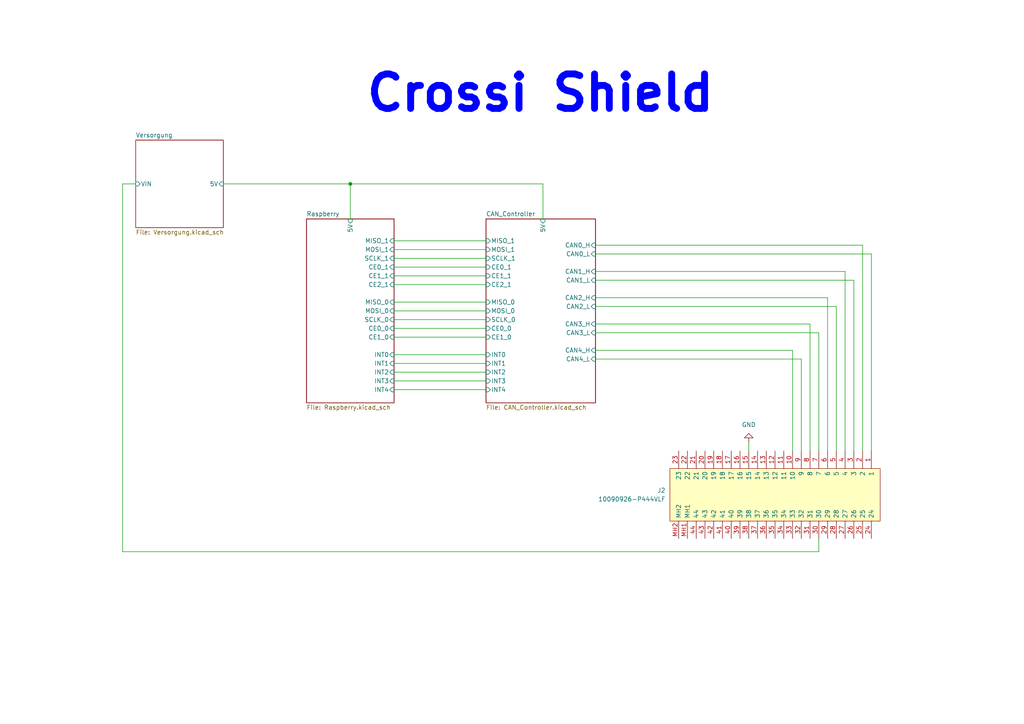
<source format=kicad_sch>
(kicad_sch (version 20230121) (generator eeschema)
  (paper "A4")
  (lib_symbols
    (symbol "Samacsys:10090926-P444VLF" (pin_names (offset 0.762))
      (property "Reference" "J" (at 21.59 7.62 0))
      (property "Value" "10090926-P444VLF" (at 21.59 5.08 0))
      (symbol "10090926-P444VLF_0_0"
        (pin passive line (at 0 0 0) (length 5.08) (name "1") (number "1"))
        (pin passive line (at 0 -22.86 0) (length 5.08) (name "10") (number "10"))
        (pin passive line (at 0 -25.4 0) (length 5.08) (name "11") (number "11"))
        (pin passive line (at 0 -27.94 0) (length 5.08) (name "12") (number "12"))
        (pin passive line (at 0 -30.48 0) (length 5.08) (name "13") (number "13"))
        (pin passive line (at 0 -33.02 0) (length 5.08) (name "14") (number "14"))
        (pin passive line (at 0 -35.56 0) (length 5.08) (name "15") (number "15"))
        (pin passive line (at 0 -38.1 0) (length 5.08) (name "16") (number "16"))
        (pin passive line (at 0 -40.64 0) (length 5.08) (name "17") (number "17"))
        (pin passive line (at 0 -43.18 0) (length 5.08) (name "18") (number "18"))
        (pin passive line (at 0 -45.72 0) (length 5.08) (name "19") (number "19"))
        (pin passive line (at 0 -2.54 0) (length 5.08) (name "2") (number "2"))
        (pin passive line (at 0 -48.26 0) (length 5.08) (name "20") (number "20"))
        (pin passive line (at 0 -50.8 0) (length 5.08) (name "21") (number "21"))
        (pin passive line (at 0 -53.34 0) (length 5.08) (name "22") (number "22"))
        (pin passive line (at 0 -55.88 0) (length 5.08) (name "23") (number "23"))
        (pin passive line (at 25.4 0 180) (length 5.08) (name "24") (number "24"))
        (pin passive line (at 25.4 -2.54 180) (length 5.08) (name "25") (number "25"))
        (pin passive line (at 25.4 -5.08 180) (length 5.08) (name "26") (number "26"))
        (pin passive line (at 25.4 -7.62 180) (length 5.08) (name "27") (number "27"))
        (pin passive line (at 25.4 -10.16 180) (length 5.08) (name "28") (number "28"))
        (pin passive line (at 25.4 -12.7 180) (length 5.08) (name "29") (number "29"))
        (pin passive line (at 0 -5.08 0) (length 5.08) (name "3") (number "3"))
        (pin passive line (at 25.4 -15.24 180) (length 5.08) (name "30") (number "30"))
        (pin passive line (at 25.4 -17.78 180) (length 5.08) (name "31") (number "31"))
        (pin passive line (at 25.4 -20.32 180) (length 5.08) (name "32") (number "32"))
        (pin passive line (at 25.4 -22.86 180) (length 5.08) (name "33") (number "33"))
        (pin passive line (at 25.4 -25.4 180) (length 5.08) (name "34") (number "34"))
        (pin passive line (at 25.4 -27.94 180) (length 5.08) (name "35") (number "35"))
        (pin passive line (at 25.4 -30.48 180) (length 5.08) (name "36") (number "36"))
        (pin passive line (at 25.4 -33.02 180) (length 5.08) (name "37") (number "37"))
        (pin passive line (at 25.4 -35.56 180) (length 5.08) (name "38") (number "38"))
        (pin passive line (at 25.4 -38.1 180) (length 5.08) (name "39") (number "39"))
        (pin passive line (at 0 -7.62 0) (length 5.08) (name "4") (number "4"))
        (pin passive line (at 25.4 -40.64 180) (length 5.08) (name "40") (number "40"))
        (pin passive line (at 25.4 -43.18 180) (length 5.08) (name "41") (number "41"))
        (pin passive line (at 25.4 -45.72 180) (length 5.08) (name "42") (number "42"))
        (pin passive line (at 25.4 -48.26 180) (length 5.08) (name "43") (number "43"))
        (pin passive line (at 25.4 -50.8 180) (length 5.08) (name "44") (number "44"))
        (pin passive line (at 0 -10.16 0) (length 5.08) (name "5") (number "5"))
        (pin passive line (at 0 -12.7 0) (length 5.08) (name "6") (number "6"))
        (pin passive line (at 0 -15.24 0) (length 5.08) (name "7") (number "7"))
        (pin passive line (at 0 -17.78 0) (length 5.08) (name "8") (number "8"))
        (pin passive line (at 0 -20.32 0) (length 5.08) (name "9") (number "9"))
        (pin passive line (at 25.4 -53.34 180) (length 5.08) (name "MH1") (number "MH1"))
        (pin passive line (at 25.4 -55.88 180) (length 5.08) (name "MH2") (number "MH2"))
      )
      (symbol "10090926-P444VLF_1_1"
        (polyline (pts (xy 5.08 2.54) (xy 20.32 2.54) (xy 20.32 -58.42) (xy 5.08 -58.42) (xy 5.08 2.54)) (stroke (width 0.1524)) (fill (type background)))
      )
    )
    (symbol "power:GND" (power) (pin_names (offset 0))
      (property "Value" "GND" (at 0 -3.81 0))
      (symbol "GND_0_1"
        (polyline (pts (xy 0 0) (xy 0 -1.27) (xy 1.27 -1.27) (xy 0 -2.54) (xy -1.27 -1.27) (xy 0 -1.27)))
      )
      (symbol "GND_1_1"
        (pin power_in line (at 0 0 270) (length 0) hide (name "GND") (number "1"))
      )
    )
  )
  (junction (at 101.6 53.34))
  (wire (pts (xy 114.3 110.49) (xy 140.97 110.49)))
  (wire (pts (xy 242.57 88.9) (xy 242.57 130.81)))
  (wire (pts (xy 240.03 86.36) (xy 240.03 130.81)))
  (wire (pts (xy 172.72 86.36) (xy 240.03 86.36)))
  (wire (pts (xy 157.48 63.5) (xy 157.48 53.34)))
  (wire (pts (xy 234.95 93.98) (xy 234.95 130.81)))
  (wire (pts (xy 114.3 102.87) (xy 140.97 102.87)))
  (wire (pts (xy 245.11 78.74) (xy 245.11 130.81)))
  (wire (pts (xy 172.72 81.28) (xy 247.65 81.28)))
  (wire (pts (xy 157.48 53.34) (xy 101.6 53.34)))
  (wire (pts (xy 172.72 88.9) (xy 242.57 88.9)))
  (wire (pts (xy 172.72 104.14) (xy 232.41 104.14)))
  (wire (pts (xy 237.49 160.02) (xy 237.49 156.21)))
  (wire (pts (xy 172.72 73.66) (xy 252.73 73.66)))
  (wire (pts (xy 172.72 101.6) (xy 229.87 101.6)))
  (wire (pts (xy 172.72 96.52) (xy 237.49 96.52)))
  (wire (pts (xy 172.72 78.74) (xy 245.11 78.74)))
  (wire (pts (xy 114.3 107.95) (xy 140.97 107.95)))
  (wire (pts (xy 172.72 71.12) (xy 250.19 71.12)))
  (wire (pts (xy 101.6 53.34) (xy 101.6 63.5)))
  (wire (pts (xy 35.56 160.02) (xy 237.49 160.02)))
  (wire (pts (xy 232.41 104.14) (xy 232.41 130.81)))
  (wire (pts (xy 114.3 77.47) (xy 140.97 77.47)))
  (wire (pts (xy 247.65 81.28) (xy 247.65 130.81)))
  (wire (pts (xy 172.72 93.98) (xy 234.95 93.98)))
  (wire (pts (xy 114.3 74.93) (xy 140.97 74.93)))
  (wire (pts (xy 229.87 101.6) (xy 229.87 130.81)))
  (wire (pts (xy 35.56 53.34) (xy 35.56 160.02)))
  (wire (pts (xy 114.3 97.79) (xy 140.97 97.79)))
  (wire (pts (xy 114.3 80.01) (xy 140.97 80.01)))
  (wire (pts (xy 114.3 95.25) (xy 140.97 95.25)))
  (wire (pts (xy 114.3 82.55) (xy 140.97 82.55)))
  (wire (pts (xy 217.17 128.27) (xy 217.17 130.81)))
  (wire (pts (xy 114.3 92.71) (xy 140.97 92.71)))
  (wire (pts (xy 114.3 90.17) (xy 140.97 90.17)))
  (wire (pts (xy 237.49 96.52) (xy 237.49 130.81)))
  (wire (pts (xy 114.3 87.63) (xy 140.97 87.63)))
  (wire (pts (xy 64.77 53.34) (xy 101.6 53.34)))
  (wire (pts (xy 114.3 69.85) (xy 140.97 69.85)))
  (wire (pts (xy 250.19 71.12) (xy 250.19 130.81)))
  (wire (pts (xy 114.3 113.03) (xy 140.97 113.03)))
  (wire (pts (xy 114.3 72.39) (xy 140.97 72.39)))
  (wire (pts (xy 114.3 105.41) (xy 140.97 105.41)))
  (wire (pts (xy 39.37 53.34) (xy 35.56 53.34)))
  (wire (pts (xy 252.73 73.66) (xy 252.73 130.81)))
  (text "Crossi Shield" (at 105.41 33.02 0) (effects (font (size 10 10) (thickness 2) bold) (justify left bottom)))
  (symbol (lib_id "power:GND") (at 217.17 128.27 180) (unit 1)
    (property "Reference" "#PWR033" (effects hide))
    (property "Value" "GND" (at 217.17 123.19 0))
  )
  (symbol (lib_id "Samacsys:10090926-P444VLF") (at 252.73 130.81 270) (unit 1)
    (property "Reference" "J2" (at 193.04 142.24 90) (effects (justify right)))
    (property "Value" "10090926-P444VLF" (at 193.04 144.78 90) (effects (justify right)))
    (property "Footprint" "Samacsys:10090926P444VLF" (effects hide))
    (property "Datasheet" "http://www.amphenol-icc.com/media/wysiwyg/files/drawing/10090926.pdf" (effects hide))
    (property "Description" "D-Sub High Density Connectors 44P MALE R/A PIN UNC 4-40 SCREW LOCKS" (effects hide))
    (property "Height" "12.8" (effects hide))
    (property "Manufacturer_Name" "Amphenol Communications Solutions" (effects hide))
    (property "Manufacturer_Part_Number" "10090926-P444VLF" (effects hide))
    (property "Mouser Part Number" "649-10090926-P444VLF" (effects hide))
    (property "Mouser Price/Stock" "https://www.mouser.co.uk/ProductDetail/Amphenol-FCI/10090926-P444VLF?qs=EnLMdcWnKAAL5ctv6%252Byj5Q%3D%3D" (effects hide))
  )
  (sheet (at 140.97 63.5) (size 31.75 53.34) (stroke (width 0.1524))
    (property "Sheetname" "CAN_Controller" (at 140.97 62.7884 0) (effects (justify left bottom)))
    (property "Sheetfile" "CAN_Controller.kicad_sch" (at 140.97 117.4246 0) (effects (justify left top)))
    (pin "CE0_1" input (at 140.97 77.47 180))
    (pin "SCLK_1" input (at 140.97 74.93 180))
    (pin "CE2_1" input (at 140.97 82.55 180))
    (pin "MOSI_1" input (at 140.97 72.39 180))
    (pin "CE1_1" input (at 140.97 80.01 180))
    (pin "MOSI_0" input (at 140.97 90.17 180))
    (pin "MISO_0" input (at 140.97 87.63 180))
    (pin "MISO_1" input (at 140.97 69.85 180))
    (pin "SCLK_0" input (at 140.97 92.71 180))
    (pin "CE0_0" input (at 140.97 95.25 180))
    (pin "CAN3_H" input (at 172.72 93.98 0))
    (pin "CAN2_H" input (at 172.72 86.36 0))
    (pin "CAN2_L" input (at 172.72 88.9 0))
    (pin "5V" input (at 157.48 63.5 90))
    (pin "CAN0_L" input (at 172.72 73.66 0))
    (pin "CAN3_L" input (at 172.72 96.52 0))
    (pin "INT4" input (at 140.97 113.03 180))
    (pin "CAN1_L" input (at 172.72 81.28 0))
    (pin "CAN0_H" input (at 172.72 71.12 0))
    (pin "CAN1_H" input (at 172.72 78.74 0))
    (pin "INT3" input (at 140.97 110.49 180))
    (pin "INT2" input (at 140.97 107.95 180))
    (pin "INT0" input (at 140.97 102.87 180))
    (pin "INT1" input (at 140.97 105.41 180))
    (pin "CE1_0" input (at 140.97 97.79 180))
    (pin "CAN4_L" input (at 172.72 104.14 0))
    (pin "CAN4_H" input (at 172.72 101.6 0))
  )
  (sheet (at 39.37 40.64) (size 25.4 25.4) (stroke (width 0.1524))
    (property "Sheetname" "Versorgung" (at 39.37 39.9284 0) (effects (justify left bottom)))
    (property "Sheetfile" "Versorgung.kicad_sch" (at 39.37 66.6246 0) (effects (justify left top)))
    (pin "5V" input (at 64.77 53.34 0))
    (pin "VIN" input (at 39.37 53.34 180))
  )
  (sheet (at 88.9 63.5) (size 25.4 53.34) (stroke (width 0.1524))
    (property "Sheetname" "Raspberry" (at 88.9 62.7884 0) (effects (justify left bottom)))
    (property "Sheetfile" "Raspberry.kicad_sch" (at 88.9 117.4246 0) (effects (justify left top)))
    (pin "CE0_1" input (at 114.3 77.47 0))
    (pin "MISO_1" input (at 114.3 69.85 0))
    (pin "CE1_1" input (at 114.3 80.01 0))
    (pin "MOSI_1" input (at 114.3 72.39 0))
    (pin "SCLK_1" input (at 114.3 74.93 0))
    (pin "CE2_1" input (at 114.3 82.55 0))
    (pin "CE1_0" input (at 114.3 97.79 0))
    (pin "MOSI_0" input (at 114.3 90.17 0))
    (pin "SCLK_0" input (at 114.3 92.71 0))
    (pin "CE0_0" input (at 114.3 95.25 0))
    (pin "MISO_0" input (at 114.3 87.63 0))
    (pin "INT0" input (at 114.3 102.87 0))
    (pin "INT1" input (at 114.3 105.41 0))
    (pin "INT2" input (at 114.3 107.95 0))
    (pin "INT3" input (at 114.3 110.49 0))
    (pin "INT4" input (at 114.3 113.03 0))
    (pin "5V" input (at 101.6 63.5 90))
  )
)
</source>
